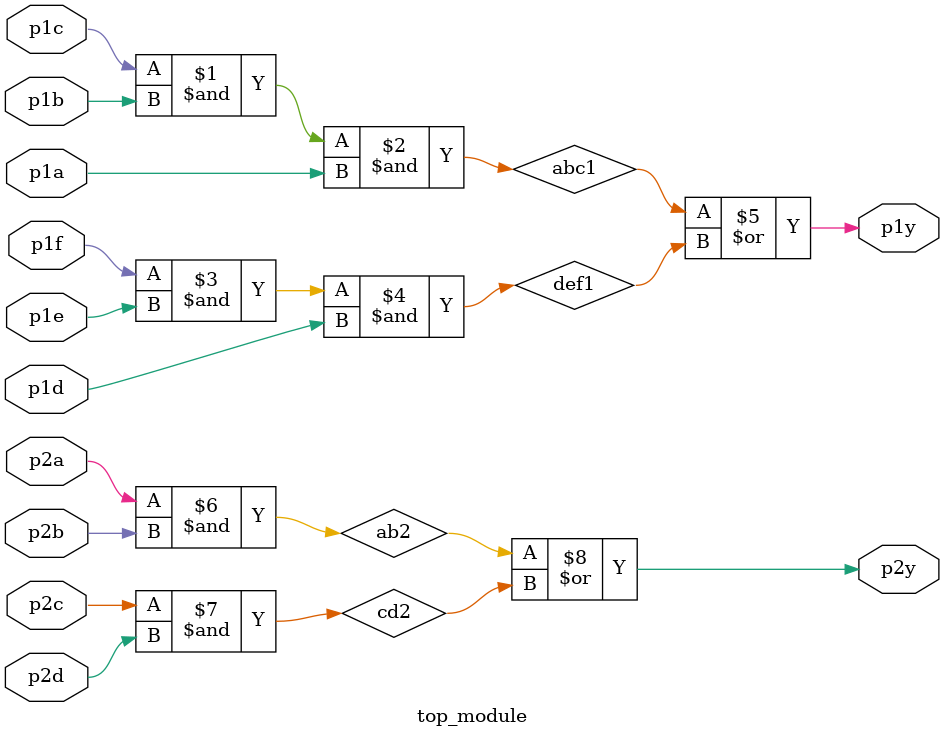
<source format=v>
module top_module ( 
    input p1a, p1b, p1c, p1d, p1e, p1f,
    output p1y,
    input p2a, p2b, p2c, p2d,
    output p2y );

    wire abc1, def1, ab2, cd2;
    assign abc1 = p1c & p1b & p1a;
    assign def1 = p1f & p1e & p1d;
    assign p1y = abc1 | def1;
    
    assign ab2 = p2a & p2b;
    assign cd2 = p2c & p2d;
    assign p2y = ab2 | cd2;
    
endmodule
</source>
